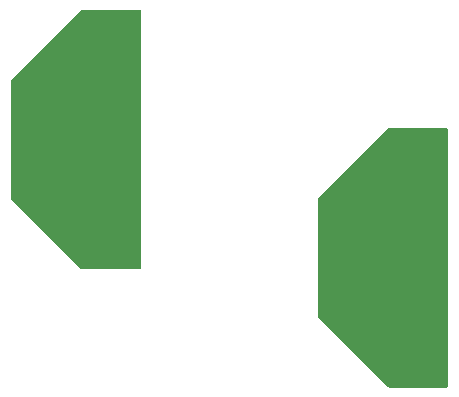
<source format=gbp>
G04 #@! TF.GenerationSoftware,KiCad,Pcbnew,8.0.2-1.fc40*
G04 #@! TF.CreationDate,2024-05-26T08:13:30-07:00*
G04 #@! TF.ProjectId,busicard-top,62757369-6361-4726-942d-746f702e6b69,rev?*
G04 #@! TF.SameCoordinates,Original*
G04 #@! TF.FileFunction,Paste,Bot*
G04 #@! TF.FilePolarity,Positive*
%FSLAX46Y46*%
G04 Gerber Fmt 4.6, Leading zero omitted, Abs format (unit mm)*
G04 Created by KiCad (PCBNEW 8.0.2-1.fc40) date 2024-05-26 08:13:30*
%MOMM*%
%LPD*%
G01*
G04 APERTURE LIST*
G04 APERTURE END LIST*
G36*
X144943039Y-84019685D02*
G01*
X144988794Y-84072489D01*
X145000000Y-84124000D01*
X145000000Y-105876000D01*
X144980315Y-105943039D01*
X144927511Y-105988794D01*
X144876000Y-106000000D01*
X140051362Y-106000000D01*
X139984323Y-105980315D01*
X139963681Y-105963681D01*
X134036319Y-100036319D01*
X134002834Y-99974996D01*
X134000000Y-99948638D01*
X134000000Y-90051362D01*
X134019685Y-89984323D01*
X134036319Y-89963681D01*
X139963681Y-84036319D01*
X140025004Y-84002834D01*
X140051362Y-84000000D01*
X144876000Y-84000000D01*
X144943039Y-84019685D01*
G37*
G36*
X170943039Y-94019685D02*
G01*
X170988794Y-94072489D01*
X171000000Y-94124000D01*
X171000000Y-115876000D01*
X170980315Y-115943039D01*
X170927511Y-115988794D01*
X170876000Y-116000000D01*
X166051362Y-116000000D01*
X165984323Y-115980315D01*
X165963681Y-115963681D01*
X160036319Y-110036319D01*
X160002834Y-109974996D01*
X160000000Y-109948638D01*
X160000000Y-100051362D01*
X160019685Y-99984323D01*
X160036319Y-99963681D01*
X165963681Y-94036319D01*
X166025004Y-94002834D01*
X166051362Y-94000000D01*
X170876000Y-94000000D01*
X170943039Y-94019685D01*
G37*
M02*

</source>
